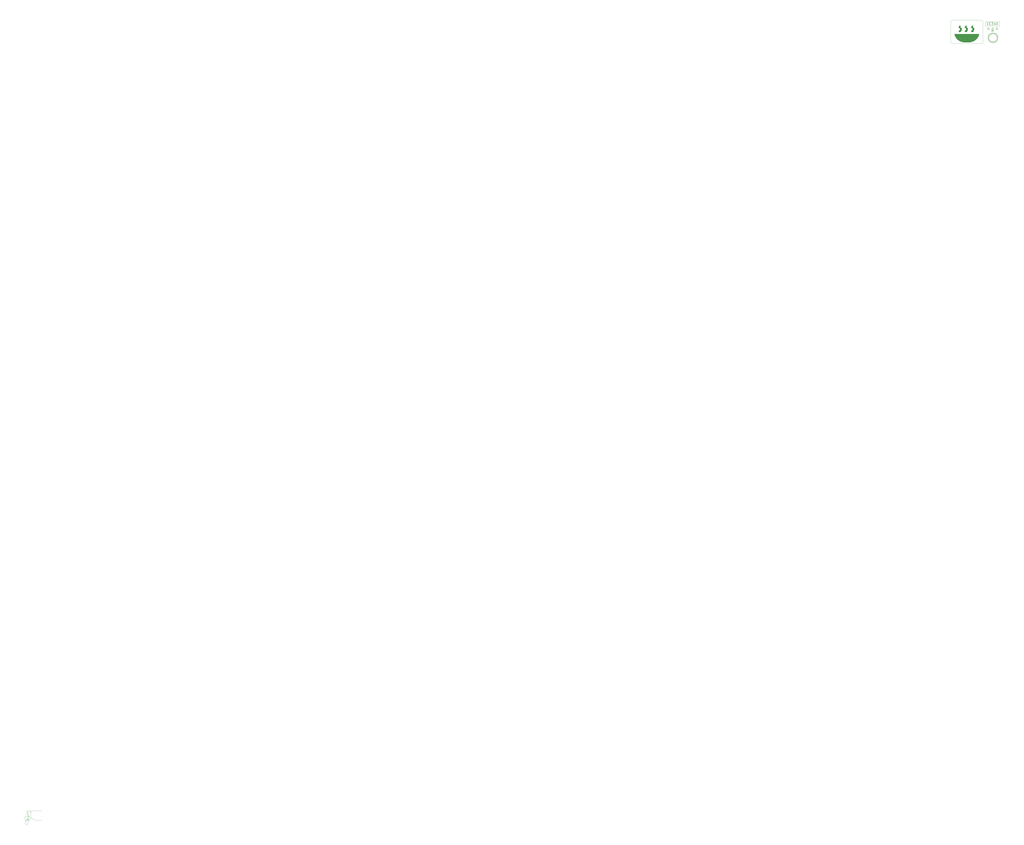
<source format=gbr>
%TF.GenerationSoftware,KiCad,Pcbnew,(5.1.10)-1*%
%TF.CreationDate,2021-11-30T19:49:35-05:00*%
%TF.ProjectId,Microwave_Circuit,4d696372-6f77-4617-9665-5f4369726375,rev?*%
%TF.SameCoordinates,Original*%
%TF.FileFunction,Legend,Top*%
%TF.FilePolarity,Positive*%
%FSLAX46Y46*%
G04 Gerber Fmt 4.6, Leading zero omitted, Abs format (unit mm)*
G04 Created by KiCad (PCBNEW (5.1.10)-1) date 2021-11-30 19:49:35*
%MOMM*%
%LPD*%
G01*
G04 APERTURE LIST*
%ADD10C,0.150000*%
%ADD11C,0.100000*%
%ADD12C,0.050000*%
%ADD13C,0.200000*%
%ADD14C,0.127000*%
G04 APERTURE END LIST*
D10*
X201862961Y-68453000D02*
G75*
G03*
X201862961Y-68453000I-567961J0D01*
G01*
X199322961Y-68453000D02*
G75*
G03*
X199322961Y-68453000I-567961J0D01*
G01*
X196782961Y-68453000D02*
G75*
G03*
X196782961Y-68453000I-567961J0D01*
G01*
D11*
G36*
X186817000Y-66675000D02*
G01*
X186944000Y-66802000D01*
X186944000Y-67056000D01*
X186817000Y-67183000D01*
X186690000Y-67437000D01*
X186690000Y-67564000D01*
X187452000Y-67945000D01*
X187579000Y-68199000D01*
X187579000Y-69088000D01*
X187325000Y-69850000D01*
X186944000Y-70358000D01*
X186182000Y-70485000D01*
X185928000Y-70358000D01*
X185801000Y-70104000D01*
X185801000Y-69723000D01*
X186563000Y-68961000D01*
X186690000Y-68707000D01*
X186563000Y-68453000D01*
X186182000Y-68072000D01*
X185928000Y-67945000D01*
X185801000Y-67691000D01*
X185801000Y-67310000D01*
X186055000Y-66929000D01*
X186436000Y-66548000D01*
X186563000Y-66548000D01*
X186817000Y-66675000D01*
G37*
X186817000Y-66675000D02*
X186944000Y-66802000D01*
X186944000Y-67056000D01*
X186817000Y-67183000D01*
X186690000Y-67437000D01*
X186690000Y-67564000D01*
X187452000Y-67945000D01*
X187579000Y-68199000D01*
X187579000Y-69088000D01*
X187325000Y-69850000D01*
X186944000Y-70358000D01*
X186182000Y-70485000D01*
X185928000Y-70358000D01*
X185801000Y-70104000D01*
X185801000Y-69723000D01*
X186563000Y-68961000D01*
X186690000Y-68707000D01*
X186563000Y-68453000D01*
X186182000Y-68072000D01*
X185928000Y-67945000D01*
X185801000Y-67691000D01*
X185801000Y-67310000D01*
X186055000Y-66929000D01*
X186436000Y-66548000D01*
X186563000Y-66548000D01*
X186817000Y-66675000D01*
G36*
X183007000Y-66675000D02*
G01*
X183134000Y-66802000D01*
X183134000Y-67056000D01*
X183007000Y-67183000D01*
X182880000Y-67437000D01*
X182880000Y-67564000D01*
X183642000Y-67945000D01*
X183769000Y-68199000D01*
X183769000Y-69088000D01*
X183515000Y-69850000D01*
X183134000Y-70358000D01*
X182372000Y-70485000D01*
X182118000Y-70358000D01*
X181991000Y-70104000D01*
X181991000Y-69723000D01*
X182753000Y-68961000D01*
X182880000Y-68707000D01*
X182753000Y-68453000D01*
X182372000Y-68072000D01*
X182118000Y-67945000D01*
X181991000Y-67691000D01*
X181991000Y-67310000D01*
X182245000Y-66929000D01*
X182626000Y-66548000D01*
X182753000Y-66548000D01*
X183007000Y-66675000D01*
G37*
X183007000Y-66675000D02*
X183134000Y-66802000D01*
X183134000Y-67056000D01*
X183007000Y-67183000D01*
X182880000Y-67437000D01*
X182880000Y-67564000D01*
X183642000Y-67945000D01*
X183769000Y-68199000D01*
X183769000Y-69088000D01*
X183515000Y-69850000D01*
X183134000Y-70358000D01*
X182372000Y-70485000D01*
X182118000Y-70358000D01*
X181991000Y-70104000D01*
X181991000Y-69723000D01*
X182753000Y-68961000D01*
X182880000Y-68707000D01*
X182753000Y-68453000D01*
X182372000Y-68072000D01*
X182118000Y-67945000D01*
X181991000Y-67691000D01*
X181991000Y-67310000D01*
X182245000Y-66929000D01*
X182626000Y-66548000D01*
X182753000Y-66548000D01*
X183007000Y-66675000D01*
G36*
X179324000Y-66675000D02*
G01*
X179451000Y-66802000D01*
X179451000Y-67056000D01*
X179324000Y-67183000D01*
X179197000Y-67437000D01*
X179197000Y-67564000D01*
X179959000Y-67945000D01*
X180086000Y-68199000D01*
X180086000Y-69088000D01*
X179832000Y-69850000D01*
X179451000Y-70358000D01*
X178689000Y-70485000D01*
X178435000Y-70358000D01*
X178308000Y-70104000D01*
X178308000Y-69723000D01*
X179070000Y-68961000D01*
X179197000Y-68707000D01*
X179070000Y-68453000D01*
X178689000Y-68072000D01*
X178435000Y-67945000D01*
X178308000Y-67691000D01*
X178308000Y-67310000D01*
X178562000Y-66929000D01*
X178943000Y-66548000D01*
X179070000Y-66548000D01*
X179324000Y-66675000D01*
G37*
X179324000Y-66675000D02*
X179451000Y-66802000D01*
X179451000Y-67056000D01*
X179324000Y-67183000D01*
X179197000Y-67437000D01*
X179197000Y-67564000D01*
X179959000Y-67945000D01*
X180086000Y-68199000D01*
X180086000Y-69088000D01*
X179832000Y-69850000D01*
X179451000Y-70358000D01*
X178689000Y-70485000D01*
X178435000Y-70358000D01*
X178308000Y-70104000D01*
X178308000Y-69723000D01*
X179070000Y-68961000D01*
X179197000Y-68707000D01*
X179070000Y-68453000D01*
X178689000Y-68072000D01*
X178435000Y-67945000D01*
X178308000Y-67691000D01*
X178308000Y-67310000D01*
X178562000Y-66929000D01*
X178943000Y-66548000D01*
X179070000Y-66548000D01*
X179324000Y-66675000D01*
G36*
X190500000Y-71755000D02*
G01*
X190373000Y-72390000D01*
X189992000Y-73279000D01*
X189484000Y-74041000D01*
X188849000Y-74803000D01*
X188214000Y-75311000D01*
X187452000Y-75819000D01*
X186563000Y-76200000D01*
X185674000Y-76454000D01*
X185039000Y-76581000D01*
X183134000Y-76581000D01*
X183134000Y-71628000D01*
X190500000Y-71628000D01*
X190500000Y-71755000D01*
G37*
X190500000Y-71755000D02*
X190373000Y-72390000D01*
X189992000Y-73279000D01*
X189484000Y-74041000D01*
X188849000Y-74803000D01*
X188214000Y-75311000D01*
X187452000Y-75819000D01*
X186563000Y-76200000D01*
X185674000Y-76454000D01*
X185039000Y-76581000D01*
X183134000Y-76581000D01*
X183134000Y-71628000D01*
X190500000Y-71628000D01*
X190500000Y-71755000D01*
G36*
X183134000Y-76581000D02*
G01*
X181229000Y-76581000D01*
X180594000Y-76454000D01*
X179705000Y-76200000D01*
X178816000Y-75819000D01*
X178054000Y-75311000D01*
X177419000Y-74803000D01*
X176784000Y-74041000D01*
X176276000Y-73279000D01*
X175895000Y-72390000D01*
X175768000Y-71755000D01*
X175768000Y-71628000D01*
X183134000Y-71628000D01*
X183134000Y-76581000D01*
G37*
X183134000Y-76581000D02*
X181229000Y-76581000D01*
X180594000Y-76454000D01*
X179705000Y-76200000D01*
X178816000Y-75819000D01*
X178054000Y-75311000D01*
X177419000Y-74803000D01*
X176784000Y-74041000D01*
X176276000Y-73279000D01*
X175895000Y-72390000D01*
X175768000Y-71755000D01*
X175768000Y-71628000D01*
X183134000Y-71628000D01*
X183134000Y-76581000D01*
D12*
X-379112235Y-540592972D02*
G75*
G02*
X-379046673Y-542307681I-1772518J-926381D01*
G01*
X-381347973Y-540349608D02*
G75*
G02*
X-381369709Y-540038907I184226J168999D01*
G01*
X-381347973Y-540349608D02*
X-381198293Y-540512775D01*
X192021561Y-63320985D02*
G75*
G02*
X192771561Y-64070985I0J-750000D01*
G01*
X-380560580Y-543220829D02*
G75*
G02*
X-380299927Y-541977499I886259J463191D01*
G01*
X-380352963Y-544068451D02*
X-379887468Y-544268095D01*
X-382646636Y-543140631D02*
G75*
G02*
X-382282370Y-545280947I-1473814J-1351988D01*
G01*
X173544189Y-64070985D02*
G75*
G02*
X174294189Y-63320985I750000J0D01*
G01*
X-381801306Y-546696306D02*
X-381335812Y-546895951D01*
X-380299927Y-541977499D02*
X-379965402Y-541709238D01*
X-380834026Y-542653092D02*
X-380877840Y-542755247D01*
X194341857Y-66864114D02*
X194341857Y-64199887D01*
X-382282370Y-545280947D02*
X-382326183Y-545383102D01*
X192771561Y-76570985D02*
G75*
G02*
X192021561Y-77320985I-750000J0D01*
G01*
X174294189Y-77320985D02*
X192021561Y-77320985D01*
X-378851582Y-539349643D02*
X-378517057Y-539081382D01*
X173544189Y-64070985D02*
X173544189Y-76570985D01*
X-381335812Y-546895951D02*
X-380495017Y-544935537D01*
X202914143Y-64199887D02*
X202914143Y-66864114D01*
X194341857Y-64199887D02*
X202914143Y-64199887D01*
X-381198292Y-540512776D02*
G75*
G02*
X-380834026Y-542653092I-1473814J-1351988D01*
G01*
X174294189Y-77320985D02*
G75*
G02*
X173544189Y-76570985I0J750000D01*
G01*
X192021561Y-63320985D02*
X174294189Y-63320985D01*
X192771561Y-76570985D02*
X192771561Y-64070985D01*
X-382707870Y-542506617D02*
G75*
G02*
X-380926201Y-541644732I1647694J-1133622D01*
G01*
X-382796317Y-542977465D02*
G75*
G02*
X-382818052Y-542666763I184227J168999D01*
G01*
X-379965402Y-541709238D02*
X-380926201Y-541644732D01*
X-380560579Y-543220829D02*
G75*
G02*
X-380495017Y-544935537I-1772517J-926380D01*
G01*
X-378517057Y-539081382D02*
X-379477857Y-539016875D01*
X-381801308Y-546696305D02*
G75*
G02*
X-382326183Y-545383102I394164J919039D01*
G01*
X-382796317Y-542977464D02*
X-382646637Y-543140632D01*
X-380352963Y-544068452D02*
G75*
G02*
X-380877840Y-542755247I394164J919041D01*
G01*
X-379887468Y-544268095D02*
X-379046673Y-542307681D01*
X-379112235Y-540592972D02*
G75*
G02*
X-378851582Y-539349643I886258J463190D01*
G01*
X-381259527Y-539878760D02*
G75*
G02*
X-379477857Y-539016875I1647695J-1133623D01*
G01*
X202914143Y-66864114D02*
X194341857Y-66864114D01*
X-382707870Y-542506616D02*
X-382818052Y-542666763D01*
X-372550061Y-544263076D02*
X-374050061Y-544263076D01*
X-381259527Y-539878760D02*
X-381369709Y-540038907D01*
X-374050060Y-544263075D02*
G75*
G02*
X-381413746Y-538434033I-269377J7225405D01*
G01*
X-372550061Y-538434033D02*
X-381413746Y-538434033D01*
X-380813746Y-544268095D02*
G75*
G03*
X-380813746Y-544268095I-600000J0D01*
G01*
X-380213755Y-543668098D02*
G75*
G03*
X-380213755Y-543668098I-600000J0D01*
G01*
D13*
X195610857Y-65417714D02*
X196090857Y-65417714D01*
X196296571Y-66255809D02*
X195610857Y-66255809D01*
X195610857Y-64655809D01*
X196296571Y-64655809D01*
X196913714Y-65417714D02*
X197393714Y-65417714D01*
X197599428Y-66255809D02*
X196913714Y-66255809D01*
X196913714Y-64655809D01*
X197599428Y-64655809D01*
X198079428Y-64655809D02*
X198970857Y-64655809D01*
X198490857Y-65265333D01*
X198696571Y-65265333D01*
X198833714Y-65341523D01*
X198902285Y-65417714D01*
X198970857Y-65570095D01*
X198970857Y-65951047D01*
X198902285Y-66103428D01*
X198833714Y-66179619D01*
X198696571Y-66255809D01*
X198285142Y-66255809D01*
X198148000Y-66179619D01*
X198079428Y-66103428D01*
X200205142Y-65189142D02*
X200205142Y-66255809D01*
X199862285Y-64579619D02*
X199519428Y-65722476D01*
X200410857Y-65722476D01*
X201233714Y-64655809D02*
X201370857Y-64655809D01*
X201508000Y-64732000D01*
X201576571Y-64808190D01*
X201645142Y-64960571D01*
X201713714Y-65265333D01*
X201713714Y-65646285D01*
X201645142Y-65951047D01*
X201576571Y-66103428D01*
X201508000Y-66179619D01*
X201370857Y-66255809D01*
X201233714Y-66255809D01*
X201096571Y-66179619D01*
X201028000Y-66103428D01*
X200959428Y-65951047D01*
X200890857Y-65646285D01*
X200890857Y-65265333D01*
X200959428Y-64960571D01*
X201028000Y-64808190D01*
X201096571Y-64732000D01*
X201233714Y-64655809D01*
D11*
%TO.C,D4*%
X196109000Y-72314000D02*
G75*
G03*
X196109000Y-72314000I-127000J0D01*
G01*
D14*
X201382000Y-73914000D02*
G75*
G03*
X201382000Y-73914000I-2500000J0D01*
G01*
X201832000Y-73914000D02*
G75*
G03*
X201832000Y-73914000I-2950000J0D01*
G01*
D10*
X198140935Y-69993515D02*
X198140935Y-69352925D01*
X198293457Y-69352925D01*
X198384969Y-69383430D01*
X198445978Y-69444438D01*
X198476482Y-69505447D01*
X198506987Y-69627464D01*
X198506987Y-69718977D01*
X198476482Y-69840994D01*
X198445978Y-69902002D01*
X198384969Y-69963011D01*
X198293457Y-69993515D01*
X198140935Y-69993515D01*
X199056064Y-69566455D02*
X199056064Y-69993515D01*
X198903542Y-69322421D02*
X198751021Y-69779985D01*
X199147577Y-69779985D01*
%TD*%
M02*

</source>
